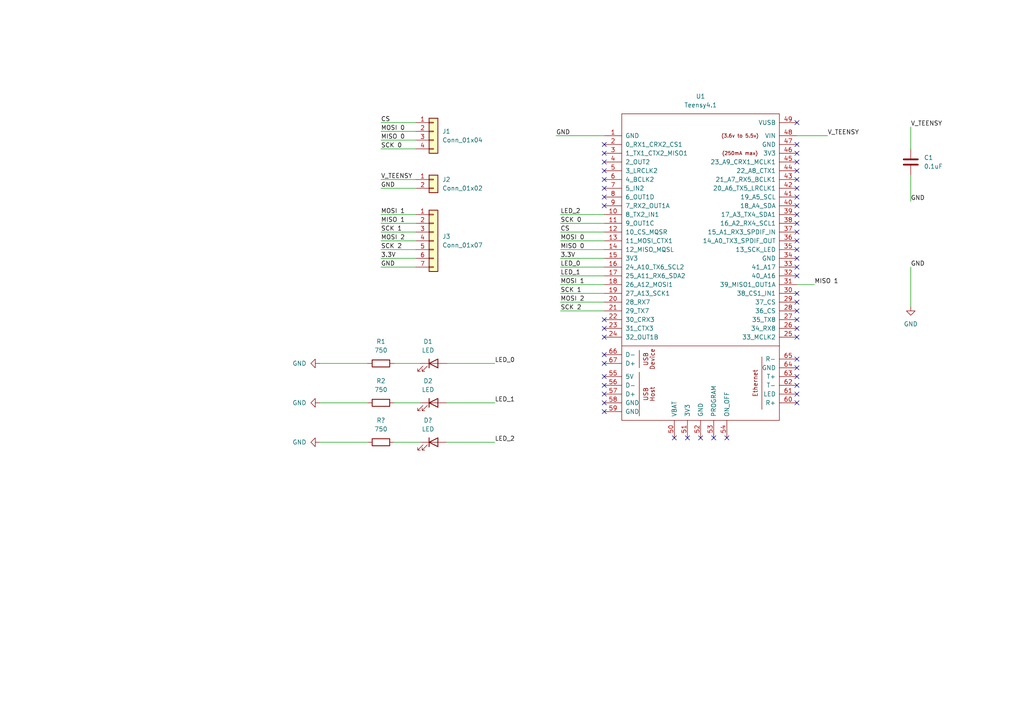
<source format=kicad_sch>
(kicad_sch (version 20211123) (generator eeschema)

  (uuid 3c3de130-b5fb-4743-b87f-bf4b3f38281a)

  (paper "A4")

  (lib_symbols
    (symbol "Connector_Generic:Conn_01x02" (pin_names (offset 1.016) hide) (in_bom yes) (on_board yes)
      (property "Reference" "J" (id 0) (at 0 2.54 0)
        (effects (font (size 1.27 1.27)))
      )
      (property "Value" "Conn_01x02" (id 1) (at 0 -5.08 0)
        (effects (font (size 1.27 1.27)))
      )
      (property "Footprint" "" (id 2) (at 0 0 0)
        (effects (font (size 1.27 1.27)) hide)
      )
      (property "Datasheet" "~" (id 3) (at 0 0 0)
        (effects (font (size 1.27 1.27)) hide)
      )
      (property "ki_keywords" "connector" (id 4) (at 0 0 0)
        (effects (font (size 1.27 1.27)) hide)
      )
      (property "ki_description" "Generic connector, single row, 01x02, script generated (kicad-library-utils/schlib/autogen/connector/)" (id 5) (at 0 0 0)
        (effects (font (size 1.27 1.27)) hide)
      )
      (property "ki_fp_filters" "Connector*:*_1x??_*" (id 6) (at 0 0 0)
        (effects (font (size 1.27 1.27)) hide)
      )
      (symbol "Conn_01x02_1_1"
        (rectangle (start -1.27 -2.413) (end 0 -2.667)
          (stroke (width 0.1524) (type default) (color 0 0 0 0))
          (fill (type none))
        )
        (rectangle (start -1.27 0.127) (end 0 -0.127)
          (stroke (width 0.1524) (type default) (color 0 0 0 0))
          (fill (type none))
        )
        (rectangle (start -1.27 1.27) (end 1.27 -3.81)
          (stroke (width 0.254) (type default) (color 0 0 0 0))
          (fill (type background))
        )
        (pin passive line (at -5.08 0 0) (length 3.81)
          (name "Pin_1" (effects (font (size 1.27 1.27))))
          (number "1" (effects (font (size 1.27 1.27))))
        )
        (pin passive line (at -5.08 -2.54 0) (length 3.81)
          (name "Pin_2" (effects (font (size 1.27 1.27))))
          (number "2" (effects (font (size 1.27 1.27))))
        )
      )
    )
    (symbol "Connector_Generic:Conn_01x04" (pin_names (offset 1.016) hide) (in_bom yes) (on_board yes)
      (property "Reference" "J" (id 0) (at 0 5.08 0)
        (effects (font (size 1.27 1.27)))
      )
      (property "Value" "Conn_01x04" (id 1) (at 0 -7.62 0)
        (effects (font (size 1.27 1.27)))
      )
      (property "Footprint" "" (id 2) (at 0 0 0)
        (effects (font (size 1.27 1.27)) hide)
      )
      (property "Datasheet" "~" (id 3) (at 0 0 0)
        (effects (font (size 1.27 1.27)) hide)
      )
      (property "ki_keywords" "connector" (id 4) (at 0 0 0)
        (effects (font (size 1.27 1.27)) hide)
      )
      (property "ki_description" "Generic connector, single row, 01x04, script generated (kicad-library-utils/schlib/autogen/connector/)" (id 5) (at 0 0 0)
        (effects (font (size 1.27 1.27)) hide)
      )
      (property "ki_fp_filters" "Connector*:*_1x??_*" (id 6) (at 0 0 0)
        (effects (font (size 1.27 1.27)) hide)
      )
      (symbol "Conn_01x04_1_1"
        (rectangle (start -1.27 -4.953) (end 0 -5.207)
          (stroke (width 0.1524) (type default) (color 0 0 0 0))
          (fill (type none))
        )
        (rectangle (start -1.27 -2.413) (end 0 -2.667)
          (stroke (width 0.1524) (type default) (color 0 0 0 0))
          (fill (type none))
        )
        (rectangle (start -1.27 0.127) (end 0 -0.127)
          (stroke (width 0.1524) (type default) (color 0 0 0 0))
          (fill (type none))
        )
        (rectangle (start -1.27 2.667) (end 0 2.413)
          (stroke (width 0.1524) (type default) (color 0 0 0 0))
          (fill (type none))
        )
        (rectangle (start -1.27 3.81) (end 1.27 -6.35)
          (stroke (width 0.254) (type default) (color 0 0 0 0))
          (fill (type background))
        )
        (pin passive line (at -5.08 2.54 0) (length 3.81)
          (name "Pin_1" (effects (font (size 1.27 1.27))))
          (number "1" (effects (font (size 1.27 1.27))))
        )
        (pin passive line (at -5.08 0 0) (length 3.81)
          (name "Pin_2" (effects (font (size 1.27 1.27))))
          (number "2" (effects (font (size 1.27 1.27))))
        )
        (pin passive line (at -5.08 -2.54 0) (length 3.81)
          (name "Pin_3" (effects (font (size 1.27 1.27))))
          (number "3" (effects (font (size 1.27 1.27))))
        )
        (pin passive line (at -5.08 -5.08 0) (length 3.81)
          (name "Pin_4" (effects (font (size 1.27 1.27))))
          (number "4" (effects (font (size 1.27 1.27))))
        )
      )
    )
    (symbol "Connector_Generic:Conn_01x07" (pin_names (offset 1.016) hide) (in_bom yes) (on_board yes)
      (property "Reference" "J" (id 0) (at 0 10.16 0)
        (effects (font (size 1.27 1.27)))
      )
      (property "Value" "Conn_01x07" (id 1) (at 0 -10.16 0)
        (effects (font (size 1.27 1.27)))
      )
      (property "Footprint" "" (id 2) (at 0 0 0)
        (effects (font (size 1.27 1.27)) hide)
      )
      (property "Datasheet" "~" (id 3) (at 0 0 0)
        (effects (font (size 1.27 1.27)) hide)
      )
      (property "ki_keywords" "connector" (id 4) (at 0 0 0)
        (effects (font (size 1.27 1.27)) hide)
      )
      (property "ki_description" "Generic connector, single row, 01x07, script generated (kicad-library-utils/schlib/autogen/connector/)" (id 5) (at 0 0 0)
        (effects (font (size 1.27 1.27)) hide)
      )
      (property "ki_fp_filters" "Connector*:*_1x??_*" (id 6) (at 0 0 0)
        (effects (font (size 1.27 1.27)) hide)
      )
      (symbol "Conn_01x07_1_1"
        (rectangle (start -1.27 -7.493) (end 0 -7.747)
          (stroke (width 0.1524) (type default) (color 0 0 0 0))
          (fill (type none))
        )
        (rectangle (start -1.27 -4.953) (end 0 -5.207)
          (stroke (width 0.1524) (type default) (color 0 0 0 0))
          (fill (type none))
        )
        (rectangle (start -1.27 -2.413) (end 0 -2.667)
          (stroke (width 0.1524) (type default) (color 0 0 0 0))
          (fill (type none))
        )
        (rectangle (start -1.27 0.127) (end 0 -0.127)
          (stroke (width 0.1524) (type default) (color 0 0 0 0))
          (fill (type none))
        )
        (rectangle (start -1.27 2.667) (end 0 2.413)
          (stroke (width 0.1524) (type default) (color 0 0 0 0))
          (fill (type none))
        )
        (rectangle (start -1.27 5.207) (end 0 4.953)
          (stroke (width 0.1524) (type default) (color 0 0 0 0))
          (fill (type none))
        )
        (rectangle (start -1.27 7.747) (end 0 7.493)
          (stroke (width 0.1524) (type default) (color 0 0 0 0))
          (fill (type none))
        )
        (rectangle (start -1.27 8.89) (end 1.27 -8.89)
          (stroke (width 0.254) (type default) (color 0 0 0 0))
          (fill (type background))
        )
        (pin passive line (at -5.08 7.62 0) (length 3.81)
          (name "Pin_1" (effects (font (size 1.27 1.27))))
          (number "1" (effects (font (size 1.27 1.27))))
        )
        (pin passive line (at -5.08 5.08 0) (length 3.81)
          (name "Pin_2" (effects (font (size 1.27 1.27))))
          (number "2" (effects (font (size 1.27 1.27))))
        )
        (pin passive line (at -5.08 2.54 0) (length 3.81)
          (name "Pin_3" (effects (font (size 1.27 1.27))))
          (number "3" (effects (font (size 1.27 1.27))))
        )
        (pin passive line (at -5.08 0 0) (length 3.81)
          (name "Pin_4" (effects (font (size 1.27 1.27))))
          (number "4" (effects (font (size 1.27 1.27))))
        )
        (pin passive line (at -5.08 -2.54 0) (length 3.81)
          (name "Pin_5" (effects (font (size 1.27 1.27))))
          (number "5" (effects (font (size 1.27 1.27))))
        )
        (pin passive line (at -5.08 -5.08 0) (length 3.81)
          (name "Pin_6" (effects (font (size 1.27 1.27))))
          (number "6" (effects (font (size 1.27 1.27))))
        )
        (pin passive line (at -5.08 -7.62 0) (length 3.81)
          (name "Pin_7" (effects (font (size 1.27 1.27))))
          (number "7" (effects (font (size 1.27 1.27))))
        )
      )
    )
    (symbol "Device:C" (pin_numbers hide) (pin_names (offset 0.254)) (in_bom yes) (on_board yes)
      (property "Reference" "C" (id 0) (at 0.635 2.54 0)
        (effects (font (size 1.27 1.27)) (justify left))
      )
      (property "Value" "C" (id 1) (at 0.635 -2.54 0)
        (effects (font (size 1.27 1.27)) (justify left))
      )
      (property "Footprint" "" (id 2) (at 0.9652 -3.81 0)
        (effects (font (size 1.27 1.27)) hide)
      )
      (property "Datasheet" "~" (id 3) (at 0 0 0)
        (effects (font (size 1.27 1.27)) hide)
      )
      (property "ki_keywords" "cap capacitor" (id 4) (at 0 0 0)
        (effects (font (size 1.27 1.27)) hide)
      )
      (property "ki_description" "Unpolarized capacitor" (id 5) (at 0 0 0)
        (effects (font (size 1.27 1.27)) hide)
      )
      (property "ki_fp_filters" "C_*" (id 6) (at 0 0 0)
        (effects (font (size 1.27 1.27)) hide)
      )
      (symbol "C_0_1"
        (polyline
          (pts
            (xy -2.032 -0.762)
            (xy 2.032 -0.762)
          )
          (stroke (width 0.508) (type default) (color 0 0 0 0))
          (fill (type none))
        )
        (polyline
          (pts
            (xy -2.032 0.762)
            (xy 2.032 0.762)
          )
          (stroke (width 0.508) (type default) (color 0 0 0 0))
          (fill (type none))
        )
      )
      (symbol "C_1_1"
        (pin passive line (at 0 3.81 270) (length 2.794)
          (name "~" (effects (font (size 1.27 1.27))))
          (number "1" (effects (font (size 1.27 1.27))))
        )
        (pin passive line (at 0 -3.81 90) (length 2.794)
          (name "~" (effects (font (size 1.27 1.27))))
          (number "2" (effects (font (size 1.27 1.27))))
        )
      )
    )
    (symbol "Device:LED" (pin_numbers hide) (pin_names (offset 1.016) hide) (in_bom yes) (on_board yes)
      (property "Reference" "D" (id 0) (at 0 2.54 0)
        (effects (font (size 1.27 1.27)))
      )
      (property "Value" "LED" (id 1) (at 0 -2.54 0)
        (effects (font (size 1.27 1.27)))
      )
      (property "Footprint" "" (id 2) (at 0 0 0)
        (effects (font (size 1.27 1.27)) hide)
      )
      (property "Datasheet" "~" (id 3) (at 0 0 0)
        (effects (font (size 1.27 1.27)) hide)
      )
      (property "ki_keywords" "LED diode" (id 4) (at 0 0 0)
        (effects (font (size 1.27 1.27)) hide)
      )
      (property "ki_description" "Light emitting diode" (id 5) (at 0 0 0)
        (effects (font (size 1.27 1.27)) hide)
      )
      (property "ki_fp_filters" "LED* LED_SMD:* LED_THT:*" (id 6) (at 0 0 0)
        (effects (font (size 1.27 1.27)) hide)
      )
      (symbol "LED_0_1"
        (polyline
          (pts
            (xy -1.27 -1.27)
            (xy -1.27 1.27)
          )
          (stroke (width 0.254) (type default) (color 0 0 0 0))
          (fill (type none))
        )
        (polyline
          (pts
            (xy -1.27 0)
            (xy 1.27 0)
          )
          (stroke (width 0) (type default) (color 0 0 0 0))
          (fill (type none))
        )
        (polyline
          (pts
            (xy 1.27 -1.27)
            (xy 1.27 1.27)
            (xy -1.27 0)
            (xy 1.27 -1.27)
          )
          (stroke (width 0.254) (type default) (color 0 0 0 0))
          (fill (type none))
        )
        (polyline
          (pts
            (xy -3.048 -0.762)
            (xy -4.572 -2.286)
            (xy -3.81 -2.286)
            (xy -4.572 -2.286)
            (xy -4.572 -1.524)
          )
          (stroke (width 0) (type default) (color 0 0 0 0))
          (fill (type none))
        )
        (polyline
          (pts
            (xy -1.778 -0.762)
            (xy -3.302 -2.286)
            (xy -2.54 -2.286)
            (xy -3.302 -2.286)
            (xy -3.302 -1.524)
          )
          (stroke (width 0) (type default) (color 0 0 0 0))
          (fill (type none))
        )
      )
      (symbol "LED_1_1"
        (pin passive line (at -3.81 0 0) (length 2.54)
          (name "K" (effects (font (size 1.27 1.27))))
          (number "1" (effects (font (size 1.27 1.27))))
        )
        (pin passive line (at 3.81 0 180) (length 2.54)
          (name "A" (effects (font (size 1.27 1.27))))
          (number "2" (effects (font (size 1.27 1.27))))
        )
      )
    )
    (symbol "Device:R" (pin_numbers hide) (pin_names (offset 0)) (in_bom yes) (on_board yes)
      (property "Reference" "R" (id 0) (at 2.032 0 90)
        (effects (font (size 1.27 1.27)))
      )
      (property "Value" "R" (id 1) (at 0 0 90)
        (effects (font (size 1.27 1.27)))
      )
      (property "Footprint" "" (id 2) (at -1.778 0 90)
        (effects (font (size 1.27 1.27)) hide)
      )
      (property "Datasheet" "~" (id 3) (at 0 0 0)
        (effects (font (size 1.27 1.27)) hide)
      )
      (property "ki_keywords" "R res resistor" (id 4) (at 0 0 0)
        (effects (font (size 1.27 1.27)) hide)
      )
      (property "ki_description" "Resistor" (id 5) (at 0 0 0)
        (effects (font (size 1.27 1.27)) hide)
      )
      (property "ki_fp_filters" "R_*" (id 6) (at 0 0 0)
        (effects (font (size 1.27 1.27)) hide)
      )
      (symbol "R_0_1"
        (rectangle (start -1.016 -2.54) (end 1.016 2.54)
          (stroke (width 0.254) (type default) (color 0 0 0 0))
          (fill (type none))
        )
      )
      (symbol "R_1_1"
        (pin passive line (at 0 3.81 270) (length 1.27)
          (name "~" (effects (font (size 1.27 1.27))))
          (number "1" (effects (font (size 1.27 1.27))))
        )
        (pin passive line (at 0 -3.81 90) (length 1.27)
          (name "~" (effects (font (size 1.27 1.27))))
          (number "2" (effects (font (size 1.27 1.27))))
        )
      )
    )
    (symbol "Teensy:Teensy4.1" (pin_names (offset 1.016)) (in_bom yes) (on_board yes)
      (property "Reference" "U" (id 0) (at 0 64.77 0)
        (effects (font (size 1.27 1.27)))
      )
      (property "Value" "Teensy4.1" (id 1) (at 0 62.23 0)
        (effects (font (size 1.27 1.27)))
      )
      (property "Footprint" "" (id 2) (at -10.16 10.16 0)
        (effects (font (size 1.27 1.27)) hide)
      )
      (property "Datasheet" "" (id 3) (at -10.16 10.16 0)
        (effects (font (size 1.27 1.27)) hide)
      )
      (symbol "Teensy4.1_0_0"
        (polyline
          (pts
            (xy -22.86 -6.35)
            (xy 22.86 -6.35)
          )
          (stroke (width 0) (type default) (color 0 0 0 0))
          (fill (type none))
        )
        (polyline
          (pts
            (xy -17.78 -26.67)
            (xy -17.78 -13.97)
          )
          (stroke (width 0) (type default) (color 0 0 0 0))
          (fill (type none))
        )
        (polyline
          (pts
            (xy -17.78 -7.62)
            (xy -17.78 -12.7)
          )
          (stroke (width 0) (type default) (color 0 0 0 0))
          (fill (type none))
        )
        (polyline
          (pts
            (xy 17.78 -9.525)
            (xy 17.78 -24.765)
          )
          (stroke (width 0) (type default) (color 0 0 0 0))
          (fill (type none))
        )
        (text "(250mA max)" (at 11.43 49.53 0)
          (effects (font (size 1.016 1.016)))
        )
        (text "(3.6v to 5.5v)" (at 11.43 54.61 0)
          (effects (font (size 1.016 1.016)))
        )
        (text "Device" (at -13.97 -10.16 900)
          (effects (font (size 1.27 1.27)))
        )
        (text "Ethernet" (at 15.875 -17.145 900)
          (effects (font (size 1.27 1.27)))
        )
        (text "Host" (at -13.97 -20.32 900)
          (effects (font (size 1.27 1.27)))
        )
        (text "USB" (at -15.875 -20.32 900)
          (effects (font (size 1.27 1.27)))
        )
        (text "USB" (at -15.875 -10.16 900)
          (effects (font (size 1.27 1.27)))
        )
        (pin bidirectional line (at -27.94 31.75 0) (length 5.08)
          (name "8_TX2_IN1" (effects (font (size 1.27 1.27))))
          (number "10" (effects (font (size 1.27 1.27))))
        )
        (pin bidirectional line (at -27.94 29.21 0) (length 5.08)
          (name "9_OUT1C" (effects (font (size 1.27 1.27))))
          (number "11" (effects (font (size 1.27 1.27))))
        )
        (pin bidirectional line (at -27.94 26.67 0) (length 5.08)
          (name "10_CS_MQSR" (effects (font (size 1.27 1.27))))
          (number "12" (effects (font (size 1.27 1.27))))
        )
        (pin bidirectional line (at -27.94 24.13 0) (length 5.08)
          (name "11_MOSI_CTX1" (effects (font (size 1.27 1.27))))
          (number "13" (effects (font (size 1.27 1.27))))
        )
        (pin bidirectional line (at -27.94 21.59 0) (length 5.08)
          (name "12_MISO_MQSL" (effects (font (size 1.27 1.27))))
          (number "14" (effects (font (size 1.27 1.27))))
        )
        (pin power_in line (at -27.94 19.05 0) (length 5.08)
          (name "3V3" (effects (font (size 1.27 1.27))))
          (number "15" (effects (font (size 1.27 1.27))))
        )
        (pin bidirectional line (at -27.94 16.51 0) (length 5.08)
          (name "24_A10_TX6_SCL2" (effects (font (size 1.27 1.27))))
          (number "16" (effects (font (size 1.27 1.27))))
        )
        (pin bidirectional line (at -27.94 13.97 0) (length 5.08)
          (name "25_A11_RX6_SDA2" (effects (font (size 1.27 1.27))))
          (number "17" (effects (font (size 1.27 1.27))))
        )
        (pin bidirectional line (at -27.94 11.43 0) (length 5.08)
          (name "26_A12_MOSI1" (effects (font (size 1.27 1.27))))
          (number "18" (effects (font (size 1.27 1.27))))
        )
        (pin bidirectional line (at -27.94 8.89 0) (length 5.08)
          (name "27_A13_SCK1" (effects (font (size 1.27 1.27))))
          (number "19" (effects (font (size 1.27 1.27))))
        )
        (pin bidirectional line (at -27.94 6.35 0) (length 5.08)
          (name "28_RX7" (effects (font (size 1.27 1.27))))
          (number "20" (effects (font (size 1.27 1.27))))
        )
        (pin bidirectional line (at -27.94 3.81 0) (length 5.08)
          (name "29_TX7" (effects (font (size 1.27 1.27))))
          (number "21" (effects (font (size 1.27 1.27))))
        )
        (pin bidirectional line (at -27.94 1.27 0) (length 5.08)
          (name "30_CRX3" (effects (font (size 1.27 1.27))))
          (number "22" (effects (font (size 1.27 1.27))))
        )
        (pin bidirectional line (at -27.94 -1.27 0) (length 5.08)
          (name "31_CTX3" (effects (font (size 1.27 1.27))))
          (number "23" (effects (font (size 1.27 1.27))))
        )
        (pin bidirectional line (at -27.94 -3.81 0) (length 5.08)
          (name "32_OUT1B" (effects (font (size 1.27 1.27))))
          (number "24" (effects (font (size 1.27 1.27))))
        )
        (pin bidirectional line (at 27.94 -3.81 180) (length 5.08)
          (name "33_MCLK2" (effects (font (size 1.27 1.27))))
          (number "25" (effects (font (size 1.27 1.27))))
        )
        (pin bidirectional line (at 27.94 -1.27 180) (length 5.08)
          (name "34_RX8" (effects (font (size 1.27 1.27))))
          (number "26" (effects (font (size 1.27 1.27))))
        )
        (pin bidirectional line (at 27.94 1.27 180) (length 5.08)
          (name "35_TX8" (effects (font (size 1.27 1.27))))
          (number "27" (effects (font (size 1.27 1.27))))
        )
        (pin bidirectional line (at 27.94 3.81 180) (length 5.08)
          (name "36_CS" (effects (font (size 1.27 1.27))))
          (number "28" (effects (font (size 1.27 1.27))))
        )
        (pin bidirectional line (at 27.94 6.35 180) (length 5.08)
          (name "37_CS" (effects (font (size 1.27 1.27))))
          (number "29" (effects (font (size 1.27 1.27))))
        )
        (pin bidirectional line (at 27.94 8.89 180) (length 5.08)
          (name "38_CS1_IN1" (effects (font (size 1.27 1.27))))
          (number "30" (effects (font (size 1.27 1.27))))
        )
        (pin bidirectional line (at 27.94 11.43 180) (length 5.08)
          (name "39_MISO1_OUT1A" (effects (font (size 1.27 1.27))))
          (number "31" (effects (font (size 1.27 1.27))))
        )
        (pin bidirectional line (at 27.94 13.97 180) (length 5.08)
          (name "40_A16" (effects (font (size 1.27 1.27))))
          (number "32" (effects (font (size 1.27 1.27))))
        )
        (pin bidirectional line (at 27.94 16.51 180) (length 5.08)
          (name "41_A17" (effects (font (size 1.27 1.27))))
          (number "33" (effects (font (size 1.27 1.27))))
        )
        (pin bidirectional line (at 27.94 21.59 180) (length 5.08)
          (name "13_SCK_LED" (effects (font (size 1.27 1.27))))
          (number "35" (effects (font (size 1.27 1.27))))
        )
        (pin bidirectional line (at 27.94 24.13 180) (length 5.08)
          (name "14_A0_TX3_SPDIF_OUT" (effects (font (size 1.27 1.27))))
          (number "36" (effects (font (size 1.27 1.27))))
        )
        (pin bidirectional line (at 27.94 26.67 180) (length 5.08)
          (name "15_A1_RX3_SPDIF_IN" (effects (font (size 1.27 1.27))))
          (number "37" (effects (font (size 1.27 1.27))))
        )
        (pin bidirectional line (at 27.94 29.21 180) (length 5.08)
          (name "16_A2_RX4_SCL1" (effects (font (size 1.27 1.27))))
          (number "38" (effects (font (size 1.27 1.27))))
        )
        (pin bidirectional line (at 27.94 31.75 180) (length 5.08)
          (name "17_A3_TX4_SDA1" (effects (font (size 1.27 1.27))))
          (number "39" (effects (font (size 1.27 1.27))))
        )
        (pin bidirectional line (at 27.94 34.29 180) (length 5.08)
          (name "18_A4_SDA" (effects (font (size 1.27 1.27))))
          (number "40" (effects (font (size 1.27 1.27))))
        )
        (pin bidirectional line (at 27.94 36.83 180) (length 5.08)
          (name "19_A5_SCL" (effects (font (size 1.27 1.27))))
          (number "41" (effects (font (size 1.27 1.27))))
        )
        (pin bidirectional line (at 27.94 39.37 180) (length 5.08)
          (name "20_A6_TX5_LRCLK1" (effects (font (size 1.27 1.27))))
          (number "42" (effects (font (size 1.27 1.27))))
        )
        (pin bidirectional line (at 27.94 41.91 180) (length 5.08)
          (name "21_A7_RX5_BCLK1" (effects (font (size 1.27 1.27))))
          (number "43" (effects (font (size 1.27 1.27))))
        )
        (pin bidirectional line (at 27.94 44.45 180) (length 5.08)
          (name "22_A8_CTX1" (effects (font (size 1.27 1.27))))
          (number "44" (effects (font (size 1.27 1.27))))
        )
        (pin bidirectional line (at 27.94 46.99 180) (length 5.08)
          (name "23_A9_CRX1_MCLK1" (effects (font (size 1.27 1.27))))
          (number "45" (effects (font (size 1.27 1.27))))
        )
        (pin output line (at 27.94 49.53 180) (length 5.08)
          (name "3V3" (effects (font (size 1.27 1.27))))
          (number "46" (effects (font (size 1.27 1.27))))
        )
        (pin output line (at 27.94 52.07 180) (length 5.08)
          (name "GND" (effects (font (size 1.27 1.27))))
          (number "47" (effects (font (size 1.27 1.27))))
        )
        (pin power_in line (at 27.94 54.61 180) (length 5.08)
          (name "VIN" (effects (font (size 1.27 1.27))))
          (number "48" (effects (font (size 1.27 1.27))))
        )
        (pin power_out line (at 27.94 58.42 180) (length 5.08)
          (name "VUSB" (effects (font (size 1.27 1.27))))
          (number "49" (effects (font (size 1.27 1.27))))
        )
        (pin bidirectional line (at -27.94 44.45 0) (length 5.08)
          (name "3_LRCLK2" (effects (font (size 1.27 1.27))))
          (number "5" (effects (font (size 1.27 1.27))))
        )
        (pin power_in line (at -7.62 -33.02 90) (length 5.08)
          (name "VBAT" (effects (font (size 1.27 1.27))))
          (number "50" (effects (font (size 1.27 1.27))))
        )
        (pin power_in line (at -3.81 -33.02 90) (length 5.08)
          (name "3V3" (effects (font (size 1.27 1.27))))
          (number "51" (effects (font (size 1.27 1.27))))
        )
        (pin input line (at 0 -33.02 90) (length 5.08)
          (name "GND" (effects (font (size 1.27 1.27))))
          (number "52" (effects (font (size 1.27 1.27))))
        )
        (pin input line (at 3.81 -33.02 90) (length 5.08)
          (name "PROGRAM" (effects (font (size 1.27 1.27))))
          (number "53" (effects (font (size 1.27 1.27))))
        )
        (pin input line (at 7.62 -33.02 90) (length 5.08)
          (name "ON_OFF" (effects (font (size 1.27 1.27))))
          (number "54" (effects (font (size 1.27 1.27))))
        )
        (pin power_out line (at -27.94 -15.24 0) (length 5.08)
          (name "5V" (effects (font (size 1.27 1.27))))
          (number "55" (effects (font (size 1.27 1.27))))
        )
        (pin bidirectional line (at -27.94 -17.78 0) (length 5.08)
          (name "D-" (effects (font (size 1.27 1.27))))
          (number "56" (effects (font (size 1.27 1.27))))
        )
        (pin bidirectional line (at -27.94 -20.32 0) (length 5.08)
          (name "D+" (effects (font (size 1.27 1.27))))
          (number "57" (effects (font (size 1.27 1.27))))
        )
        (pin power_in line (at -27.94 -22.86 0) (length 5.08)
          (name "GND" (effects (font (size 1.27 1.27))))
          (number "58" (effects (font (size 1.27 1.27))))
        )
        (pin power_in line (at -27.94 -25.4 0) (length 5.08)
          (name "GND" (effects (font (size 1.27 1.27))))
          (number "59" (effects (font (size 1.27 1.27))))
        )
        (pin bidirectional line (at -27.94 41.91 0) (length 5.08)
          (name "4_BCLK2" (effects (font (size 1.27 1.27))))
          (number "6" (effects (font (size 1.27 1.27))))
        )
        (pin bidirectional line (at 27.94 -22.86 180) (length 5.08)
          (name "R+" (effects (font (size 1.27 1.27))))
          (number "60" (effects (font (size 1.27 1.27))))
        )
        (pin bidirectional line (at 27.94 -20.32 180) (length 5.08)
          (name "LED" (effects (font (size 1.27 1.27))))
          (number "61" (effects (font (size 1.27 1.27))))
        )
        (pin bidirectional line (at 27.94 -17.78 180) (length 5.08)
          (name "T-" (effects (font (size 1.27 1.27))))
          (number "62" (effects (font (size 1.27 1.27))))
        )
        (pin bidirectional line (at 27.94 -15.24 180) (length 5.08)
          (name "T+" (effects (font (size 1.27 1.27))))
          (number "63" (effects (font (size 1.27 1.27))))
        )
        (pin power_in line (at 27.94 -12.7 180) (length 5.08)
          (name "GND" (effects (font (size 1.27 1.27))))
          (number "64" (effects (font (size 1.27 1.27))))
        )
        (pin bidirectional line (at 27.94 -10.16 180) (length 5.08)
          (name "R-" (effects (font (size 1.27 1.27))))
          (number "65" (effects (font (size 1.27 1.27))))
        )
        (pin bidirectional line (at -27.94 -8.89 0) (length 5.08)
          (name "D-" (effects (font (size 1.27 1.27))))
          (number "66" (effects (font (size 1.27 1.27))))
        )
        (pin bidirectional line (at -27.94 -11.43 0) (length 5.08)
          (name "D+" (effects (font (size 1.27 1.27))))
          (number "67" (effects (font (size 1.27 1.27))))
        )
        (pin bidirectional line (at -27.94 39.37 0) (length 5.08)
          (name "5_IN2" (effects (font (size 1.27 1.27))))
          (number "7" (effects (font (size 1.27 1.27))))
        )
        (pin bidirectional line (at -27.94 36.83 0) (length 5.08)
          (name "6_OUT1D" (effects (font (size 1.27 1.27))))
          (number "8" (effects (font (size 1.27 1.27))))
        )
        (pin bidirectional line (at -27.94 34.29 0) (length 5.08)
          (name "7_RX2_OUT1A" (effects (font (size 1.27 1.27))))
          (number "9" (effects (font (size 1.27 1.27))))
        )
      )
      (symbol "Teensy4.1_0_1"
        (rectangle (start -22.86 60.96) (end 22.86 -27.94)
          (stroke (width 0) (type default) (color 0 0 0 0))
          (fill (type none))
        )
        (rectangle (start -20.32 -1.27) (end -20.32 -1.27)
          (stroke (width 0) (type default) (color 0 0 0 0))
          (fill (type none))
        )
      )
      (symbol "Teensy4.1_1_1"
        (pin power_in line (at -27.94 54.61 0) (length 5.08)
          (name "GND" (effects (font (size 1.27 1.27))))
          (number "1" (effects (font (size 1.27 1.27))))
        )
        (pin bidirectional line (at -27.94 52.07 0) (length 5.08)
          (name "0_RX1_CRX2_CS1" (effects (font (size 1.27 1.27))))
          (number "2" (effects (font (size 1.27 1.27))))
        )
        (pin bidirectional line (at -27.94 49.53 0) (length 5.08)
          (name "1_TX1_CTX2_MISO1" (effects (font (size 1.27 1.27))))
          (number "3" (effects (font (size 1.27 1.27))))
        )
        (pin power_in line (at 27.94 19.05 180) (length 5.08)
          (name "GND" (effects (font (size 1.27 1.27))))
          (number "34" (effects (font (size 1.27 1.27))))
        )
        (pin bidirectional line (at -27.94 46.99 0) (length 5.08)
          (name "2_OUT2" (effects (font (size 1.27 1.27))))
          (number "4" (effects (font (size 1.27 1.27))))
        )
      )
    )
    (symbol "power:GND" (power) (pin_names (offset 0)) (in_bom yes) (on_board yes)
      (property "Reference" "#PWR" (id 0) (at 0 -6.35 0)
        (effects (font (size 1.27 1.27)) hide)
      )
      (property "Value" "GND" (id 1) (at 0 -3.81 0)
        (effects (font (size 1.27 1.27)))
      )
      (property "Footprint" "" (id 2) (at 0 0 0)
        (effects (font (size 1.27 1.27)) hide)
      )
      (property "Datasheet" "" (id 3) (at 0 0 0)
        (effects (font (size 1.27 1.27)) hide)
      )
      (property "ki_keywords" "power-flag" (id 4) (at 0 0 0)
        (effects (font (size 1.27 1.27)) hide)
      )
      (property "ki_description" "Power symbol creates a global label with name \"GND\" , ground" (id 5) (at 0 0 0)
        (effects (font (size 1.27 1.27)) hide)
      )
      (symbol "GND_0_1"
        (polyline
          (pts
            (xy 0 0)
            (xy 0 -1.27)
            (xy 1.27 -1.27)
            (xy 0 -2.54)
            (xy -1.27 -1.27)
            (xy 0 -1.27)
          )
          (stroke (width 0) (type default) (color 0 0 0 0))
          (fill (type none))
        )
      )
      (symbol "GND_1_1"
        (pin power_in line (at 0 0 270) (length 0) hide
          (name "GND" (effects (font (size 1.27 1.27))))
          (number "1" (effects (font (size 1.27 1.27))))
        )
      )
    )
  )


  (no_connect (at 175.26 44.45) (uuid 0df0ce57-1d3e-4536-abb4-52d6f9724cb1))
  (no_connect (at 231.14 92.71) (uuid 0eb60bdc-37ee-4459-b0ba-0725ad73cb07))
  (no_connect (at 175.26 114.3) (uuid 11de2887-3f11-475c-bca6-f052730b4d8a))
  (no_connect (at 231.14 69.85) (uuid 182ba52a-ae8b-412e-b17c-9c581dfdc85b))
  (no_connect (at 231.14 80.01) (uuid 1d03a1b9-3d1a-4552-a7c9-692085227a3a))
  (no_connect (at 231.14 111.76) (uuid 221805ab-705f-4a35-a2a6-b95aaeab1e0c))
  (no_connect (at 231.14 44.45) (uuid 2e5e7b66-24a2-4353-bf1c-a562f20080e6))
  (no_connect (at 231.14 59.69) (uuid 2eba1e0f-b473-4a5f-9ab2-d8bb358c309b))
  (no_connect (at 231.14 106.68) (uuid 3414d59c-de4b-4d78-8ca8-154499a0d831))
  (no_connect (at 175.26 49.53) (uuid 3def5d3a-7b13-4854-8c1b-1af0760021d7))
  (no_connect (at 175.26 109.22) (uuid 435c48e5-ae86-4299-a3c7-7eb4a75420d5))
  (no_connect (at 231.14 95.25) (uuid 4970d05d-b776-4e2e-ac40-80bcf49558bc))
  (no_connect (at 175.26 52.07) (uuid 4c6f7da7-d079-4698-9391-830c46cd2b54))
  (no_connect (at 175.26 41.91) (uuid 4c805b1d-faa4-4932-876b-87f11d16b0c3))
  (no_connect (at 231.14 57.15) (uuid 4ce2a9dc-879a-4c73-bf8a-a0c774dbcdbc))
  (no_connect (at 231.14 109.22) (uuid 4e143ad7-10d8-4bde-a6a6-532206d1d277))
  (no_connect (at 231.14 116.84) (uuid 50151d25-c306-4923-ab8e-723253892700))
  (no_connect (at 231.14 114.3) (uuid 58799b3c-03d3-4453-beb0-1cf87dcb9fbf))
  (no_connect (at 231.14 62.23) (uuid 6a4a0d18-ad6b-424e-8f84-9936d3d68faa))
  (no_connect (at 231.14 74.93) (uuid 6e31e225-f6aa-45dd-92cf-4ff4d438a269))
  (no_connect (at 175.26 116.84) (uuid 7406362d-a852-46aa-a3c3-44d3c7b7ac3d))
  (no_connect (at 207.01 127) (uuid 7b5f6b14-3f13-4f45-abfd-5dcc27735ae9))
  (no_connect (at 203.2 127) (uuid 9cd194f5-35cb-4c06-a4ea-840b1ce373b6))
  (no_connect (at 175.26 111.76) (uuid a4be9c28-3f32-4fbf-8534-7c6a44533d46))
  (no_connect (at 195.58 127) (uuid a4c8c48b-0d81-433d-a888-c41e41049d1e))
  (no_connect (at 231.14 49.53) (uuid a6c8ede3-30ea-46a6-8a22-eb6819591dde))
  (no_connect (at 175.26 119.38) (uuid aa3c4a45-66f2-4dae-a99a-c1dff33dc2d7))
  (no_connect (at 175.26 46.99) (uuid abaf1edd-25c3-4e10-94fe-bd1706f9467f))
  (no_connect (at 231.14 104.14) (uuid b0e7738a-6d4f-4b86-9cb8-a69d4931edf3))
  (no_connect (at 175.26 102.87) (uuid b72f0947-0da7-4141-8fee-535507038f45))
  (no_connect (at 231.14 77.47) (uuid be94b162-ae06-4fe7-82a2-5b61adb499ad))
  (no_connect (at 175.26 54.61) (uuid c0af20b0-24f2-44d2-a404-c5e5d8d2b2f9))
  (no_connect (at 175.26 57.15) (uuid c45cd05a-158e-40b4-ae72-299faa396d75))
  (no_connect (at 175.26 105.41) (uuid c7322809-5ab5-4a3e-8a3e-a61bcf2f7a5d))
  (no_connect (at 231.14 46.99) (uuid ca29b685-0a50-403f-a163-4e5afcd8a28b))
  (no_connect (at 231.14 64.77) (uuid d2c15909-1e8a-41f1-a6ce-2cc16cb8b670))
  (no_connect (at 231.14 35.56) (uuid dcafdb6c-1b53-4920-ae1c-4ed197b6556e))
  (no_connect (at 231.14 85.09) (uuid dd4bc04e-ca6b-4216-8f7b-6b084cadd94d))
  (no_connect (at 231.14 67.31) (uuid dd619da3-2edd-4c98-9f9b-66d5231694df))
  (no_connect (at 231.14 90.17) (uuid e198d093-9dc1-4967-ad51-74baee67a73a))
  (no_connect (at 175.26 95.25) (uuid e1a85e11-8889-4c30-85d8-a8287fee176b))
  (no_connect (at 210.82 127) (uuid e270bf52-7e03-4e3a-9521-62da5bcaf629))
  (no_connect (at 231.14 72.39) (uuid e3aafbfe-45ae-4746-9752-43985a455cad))
  (no_connect (at 231.14 41.91) (uuid e7fbefdf-50fe-4539-ad42-758de87db262))
  (no_connect (at 199.39 127) (uuid ea939584-2c86-4f88-a27b-7d6883910d76))
  (no_connect (at 231.14 54.61) (uuid ee1e69a6-2f23-437d-a502-cd1c8a3b8f39))
  (no_connect (at 231.14 87.63) (uuid f36dc698-a8ef-4005-ae2d-ec59d6ee01b7))
  (no_connect (at 175.26 59.69) (uuid f5d68eb0-9113-4dae-a62f-2450210a7be1))
  (no_connect (at 231.14 52.07) (uuid f7b27398-a418-4b94-8268-dbe219d23931))
  (no_connect (at 175.26 97.79) (uuid f87c6761-a051-4d5f-b02b-2aa4639f2c72))
  (no_connect (at 231.14 97.79) (uuid f8dd5240-0d9e-4a92-9049-c1357970fac1))
  (no_connect (at 175.26 92.71) (uuid fe0f2f9a-75c8-4f5f-9395-4fbe345ad9c6))

  (wire (pts (xy 231.14 39.37) (xy 240.03 39.37))
    (stroke (width 0) (type default) (color 0 0 0 0))
    (uuid 09c6d740-66f8-4941-a069-2a4e998a136c)
  )
  (wire (pts (xy 110.49 77.47) (xy 120.65 77.47))
    (stroke (width 0) (type default) (color 0 0 0 0))
    (uuid 113f4ef2-59e9-4c48-922f-32d34fab4d61)
  )
  (wire (pts (xy 129.54 116.84) (xy 143.51 116.84))
    (stroke (width 0) (type default) (color 0 0 0 0))
    (uuid 125072ce-d22a-42df-a05f-ee24d579f709)
  )
  (wire (pts (xy 231.14 82.55) (xy 236.22 82.55))
    (stroke (width 0) (type default) (color 0 0 0 0))
    (uuid 141b83d8-302b-41c2-a9ce-a83650d73c9b)
  )
  (wire (pts (xy 110.49 35.56) (xy 120.65 35.56))
    (stroke (width 0) (type default) (color 0 0 0 0))
    (uuid 227993f4-4460-47df-8f9a-7fb3c36dbffb)
  )
  (wire (pts (xy 162.56 69.85) (xy 175.26 69.85))
    (stroke (width 0) (type default) (color 0 0 0 0))
    (uuid 2bb809e7-d2d4-45ec-a21e-bdd53f5c0bbe)
  )
  (wire (pts (xy 162.56 62.23) (xy 175.26 62.23))
    (stroke (width 0) (type default) (color 0 0 0 0))
    (uuid 2dfab4ec-71a0-4305-848b-f46b00e6e1fc)
  )
  (wire (pts (xy 162.56 80.01) (xy 175.26 80.01))
    (stroke (width 0) (type default) (color 0 0 0 0))
    (uuid 2e02b114-0d6e-496b-b912-c181944c33e4)
  )
  (wire (pts (xy 264.16 50.8) (xy 264.16 58.42))
    (stroke (width 0) (type default) (color 0 0 0 0))
    (uuid 31047d64-38ae-4a98-b122-0c5b5e9d0f83)
  )
  (wire (pts (xy 264.16 36.83) (xy 264.16 43.18))
    (stroke (width 0) (type default) (color 0 0 0 0))
    (uuid 3326be72-dd24-44b4-8ef3-6de823e1b381)
  )
  (wire (pts (xy 92.71 128.27) (xy 106.68 128.27))
    (stroke (width 0) (type default) (color 0 0 0 0))
    (uuid 34a93ad6-c049-4370-b467-7e1280de7d79)
  )
  (wire (pts (xy 110.49 38.1) (xy 120.65 38.1))
    (stroke (width 0) (type default) (color 0 0 0 0))
    (uuid 370af32c-769e-4536-9de3-afe35c009306)
  )
  (wire (pts (xy 162.56 72.39) (xy 175.26 72.39))
    (stroke (width 0) (type default) (color 0 0 0 0))
    (uuid 3b686502-bb13-41d1-95fe-a29117766ed3)
  )
  (wire (pts (xy 110.49 64.77) (xy 120.65 64.77))
    (stroke (width 0) (type default) (color 0 0 0 0))
    (uuid 3c111f45-1e82-4591-afb4-9f43441939f3)
  )
  (wire (pts (xy 114.3 128.27) (xy 121.92 128.27))
    (stroke (width 0) (type default) (color 0 0 0 0))
    (uuid 521fa59c-9b6d-4aa6-aa4a-93ccb05f2513)
  )
  (wire (pts (xy 92.71 105.41) (xy 106.68 105.41))
    (stroke (width 0) (type default) (color 0 0 0 0))
    (uuid 545ae2a9-1e37-441c-b086-74542c471b01)
  )
  (wire (pts (xy 110.49 52.07) (xy 120.65 52.07))
    (stroke (width 0) (type default) (color 0 0 0 0))
    (uuid 58bed2fd-9494-4cc1-8e98-76b1def04548)
  )
  (wire (pts (xy 114.3 116.84) (xy 121.92 116.84))
    (stroke (width 0) (type default) (color 0 0 0 0))
    (uuid 5ea48600-9621-4a1a-9dea-6578b21cc2d8)
  )
  (wire (pts (xy 92.71 116.84) (xy 106.68 116.84))
    (stroke (width 0) (type default) (color 0 0 0 0))
    (uuid 751f431b-f010-493f-b545-c2edab509099)
  )
  (wire (pts (xy 129.54 128.27) (xy 143.51 128.27))
    (stroke (width 0) (type default) (color 0 0 0 0))
    (uuid 91c8b839-2066-40d6-8bf6-93fa84db93a6)
  )
  (wire (pts (xy 162.56 64.77) (xy 175.26 64.77))
    (stroke (width 0) (type default) (color 0 0 0 0))
    (uuid 9baa04a8-2d68-4973-85a6-520af0302a33)
  )
  (wire (pts (xy 162.56 82.55) (xy 175.26 82.55))
    (stroke (width 0) (type default) (color 0 0 0 0))
    (uuid a39b00e8-b633-45c5-b5ae-f878f4ba1ede)
  )
  (wire (pts (xy 110.49 67.31) (xy 120.65 67.31))
    (stroke (width 0) (type default) (color 0 0 0 0))
    (uuid a6ea559c-08a8-45de-9144-e278747831cf)
  )
  (wire (pts (xy 110.49 69.85) (xy 120.65 69.85))
    (stroke (width 0) (type default) (color 0 0 0 0))
    (uuid a7fc3006-8fc6-4d3d-84fd-0f3feab51751)
  )
  (wire (pts (xy 162.56 74.93) (xy 175.26 74.93))
    (stroke (width 0) (type default) (color 0 0 0 0))
    (uuid c39af129-bce9-498a-8a45-15ad88a6ea2b)
  )
  (wire (pts (xy 110.49 62.23) (xy 120.65 62.23))
    (stroke (width 0) (type default) (color 0 0 0 0))
    (uuid c4d41887-b0e6-4525-b998-cd596f972920)
  )
  (wire (pts (xy 162.56 90.17) (xy 175.26 90.17))
    (stroke (width 0) (type default) (color 0 0 0 0))
    (uuid c7374e99-486a-4b32-a56e-9967f0f1e169)
  )
  (wire (pts (xy 110.49 43.18) (xy 120.65 43.18))
    (stroke (width 0) (type default) (color 0 0 0 0))
    (uuid ccd33420-b785-4413-b908-9d18a6883b4d)
  )
  (wire (pts (xy 110.49 54.61) (xy 120.65 54.61))
    (stroke (width 0) (type default) (color 0 0 0 0))
    (uuid cd5c7f9f-ae4d-4bf8-b48a-bece76e76d9d)
  )
  (wire (pts (xy 264.16 77.47) (xy 264.16 88.9))
    (stroke (width 0) (type default) (color 0 0 0 0))
    (uuid d2172acb-264a-4624-97fd-84acfa2dd774)
  )
  (wire (pts (xy 162.56 85.09) (xy 175.26 85.09))
    (stroke (width 0) (type default) (color 0 0 0 0))
    (uuid d246d404-afb3-4b72-8714-997069ade959)
  )
  (wire (pts (xy 162.56 77.47) (xy 175.26 77.47))
    (stroke (width 0) (type default) (color 0 0 0 0))
    (uuid d9f098a2-70a9-40ad-9295-34692ae9d92e)
  )
  (wire (pts (xy 162.56 87.63) (xy 175.26 87.63))
    (stroke (width 0) (type default) (color 0 0 0 0))
    (uuid e138b0b8-3b76-46c0-aa79-f9731d9998c2)
  )
  (wire (pts (xy 162.56 67.31) (xy 175.26 67.31))
    (stroke (width 0) (type default) (color 0 0 0 0))
    (uuid e2793b60-0810-4d58-a86a-ccc874f18dd2)
  )
  (wire (pts (xy 110.49 40.64) (xy 120.65 40.64))
    (stroke (width 0) (type default) (color 0 0 0 0))
    (uuid e461d53b-a3e0-42e3-8acc-229e0cdef1ae)
  )
  (wire (pts (xy 110.49 72.39) (xy 120.65 72.39))
    (stroke (width 0) (type default) (color 0 0 0 0))
    (uuid ef57925a-bf10-4f40-bd4c-c0210726e754)
  )
  (wire (pts (xy 129.54 105.41) (xy 143.51 105.41))
    (stroke (width 0) (type default) (color 0 0 0 0))
    (uuid f0f63e58-d593-4d1b-bdc1-f767cff09061)
  )
  (wire (pts (xy 114.3 105.41) (xy 121.92 105.41))
    (stroke (width 0) (type default) (color 0 0 0 0))
    (uuid f45e2b21-9cc0-4d34-b355-d13c12210623)
  )
  (wire (pts (xy 161.29 39.37) (xy 175.26 39.37))
    (stroke (width 0) (type default) (color 0 0 0 0))
    (uuid f547d6a9-3e36-4f85-a0e2-015f0718e94d)
  )
  (wire (pts (xy 110.49 74.93) (xy 120.65 74.93))
    (stroke (width 0) (type default) (color 0 0 0 0))
    (uuid f92b430a-8c7c-4a9e-88ae-e84a161cd5ec)
  )

  (label "MOSI 1" (at 162.56 82.55 0)
    (effects (font (size 1.27 1.27)) (justify left bottom))
    (uuid 11d358e9-4be4-4000-bc5b-5970b81982fb)
  )
  (label "MISO 0" (at 110.49 40.64 0)
    (effects (font (size 1.27 1.27)) (justify left bottom))
    (uuid 2bcb80ab-03d2-4bea-8713-cd85e1280c08)
  )
  (label "LED_2" (at 162.56 62.23 0)
    (effects (font (size 1.27 1.27)) (justify left bottom))
    (uuid 32dd08a5-73cd-4f52-9ef5-57514ec95068)
  )
  (label "LED_0" (at 143.51 105.41 0)
    (effects (font (size 1.27 1.27)) (justify left bottom))
    (uuid 3b6296f4-1222-41ae-b972-53911c0f8742)
  )
  (label "SCK 1" (at 162.56 85.09 0)
    (effects (font (size 1.27 1.27)) (justify left bottom))
    (uuid 3fbb0dd8-bee9-406d-886e-7e4d6cb175d9)
  )
  (label "LED_2" (at 143.51 128.27 0)
    (effects (font (size 1.27 1.27)) (justify left bottom))
    (uuid 411e734c-f3d4-4b06-97de-3bb944f5f537)
  )
  (label "3.3V" (at 110.49 74.93 0)
    (effects (font (size 1.27 1.27)) (justify left bottom))
    (uuid 49ed1b65-9d9a-4d37-a26f-bc994dd406c2)
  )
  (label "MOSI 0" (at 110.49 38.1 0)
    (effects (font (size 1.27 1.27)) (justify left bottom))
    (uuid 55337492-b175-46ca-b624-9c26245c7477)
  )
  (label "3.3V" (at 162.56 74.93 0)
    (effects (font (size 1.27 1.27)) (justify left bottom))
    (uuid 58e0c157-83b0-4246-a7f9-3b880dbe4940)
  )
  (label "MISO 0" (at 162.56 72.39 0)
    (effects (font (size 1.27 1.27)) (justify left bottom))
    (uuid 62232773-1de8-4533-b368-6b23b3f1e9c5)
  )
  (label "LED_1" (at 162.56 80.01 0)
    (effects (font (size 1.27 1.27)) (justify left bottom))
    (uuid 66a71b7f-1928-4306-87e6-c6a0fffbcba2)
  )
  (label "SCK 2" (at 162.56 90.17 0)
    (effects (font (size 1.27 1.27)) (justify left bottom))
    (uuid 66dc64da-159d-4fa1-aa20-f219b90b852f)
  )
  (label "GND" (at 110.49 77.47 0)
    (effects (font (size 1.27 1.27)) (justify left bottom))
    (uuid 68a5b087-39f3-4ce5-b2ca-1ec0432495a2)
  )
  (label "MISO 1" (at 236.22 82.55 0)
    (effects (font (size 1.27 1.27)) (justify left bottom))
    (uuid 697a1d41-4b8c-4484-a68e-3ba6f11dd1e0)
  )
  (label "V_TEENSY" (at 110.49 52.07 0)
    (effects (font (size 1.27 1.27)) (justify left bottom))
    (uuid 72000e22-40fe-48f6-b61d-182b8b880f25)
  )
  (label "GND" (at 264.16 77.47 0)
    (effects (font (size 1.27 1.27)) (justify left bottom))
    (uuid 788bae55-b8fd-466a-8770-03e30e46c8d4)
  )
  (label "V_TEENSY" (at 264.16 36.83 0)
    (effects (font (size 1.27 1.27)) (justify left bottom))
    (uuid 98b6f194-93b6-4608-9e96-d8e23e719cea)
  )
  (label "CS" (at 110.49 35.56 0)
    (effects (font (size 1.27 1.27)) (justify left bottom))
    (uuid 98cf693d-4afe-4c1e-b2a6-b5e36c589d16)
  )
  (label "V_TEENSY" (at 240.03 39.37 0)
    (effects (font (size 1.27 1.27)) (justify left bottom))
    (uuid 9b1fae64-d427-4c0d-9de5-2a0385e5ae8f)
  )
  (label "CS" (at 162.56 67.31 0)
    (effects (font (size 1.27 1.27)) (justify left bottom))
    (uuid af2c9f1c-2cf8-4572-89c2-fa5f6904183d)
  )
  (label "GND" (at 264.16 58.42 0)
    (effects (font (size 1.27 1.27)) (justify left bottom))
    (uuid b5cdcf94-97bb-460f-929a-54cda6235fa8)
  )
  (label "MOSI 2" (at 162.56 87.63 0)
    (effects (font (size 1.27 1.27)) (justify left bottom))
    (uuid bf5479d2-abe9-416b-9d4b-841ea6e0f1a3)
  )
  (label "MOSI 1" (at 110.49 62.23 0)
    (effects (font (size 1.27 1.27)) (justify left bottom))
    (uuid c2e4fd14-79bf-4306-8975-91a8fa59c3aa)
  )
  (label "LED_0" (at 162.56 77.47 0)
    (effects (font (size 1.27 1.27)) (justify left bottom))
    (uuid ce4aa678-3c1d-4a90-b532-cd3085415b13)
  )
  (label "SCK 0" (at 162.56 64.77 0)
    (effects (font (size 1.27 1.27)) (justify left bottom))
    (uuid ce65f38e-479a-4e35-9517-a7b7867fd10d)
  )
  (label "GND" (at 161.29 39.37 0)
    (effects (font (size 1.27 1.27)) (justify left bottom))
    (uuid cea7e02e-d38b-4715-bba3-07c1a1914aeb)
  )
  (label "MOSI 0" (at 162.56 69.85 0)
    (effects (font (size 1.27 1.27)) (justify left bottom))
    (uuid d4cd72ad-c352-4040-a05a-cd61684097c0)
  )
  (label "MOSI 2" (at 110.49 69.85 0)
    (effects (font (size 1.27 1.27)) (justify left bottom))
    (uuid d638b0af-0f49-452c-99ab-42c8c0b34d0d)
  )
  (label "LED_1" (at 143.51 116.84 0)
    (effects (font (size 1.27 1.27)) (justify left bottom))
    (uuid dc62bcd8-8074-42db-854a-1cf773854f19)
  )
  (label "MISO 1" (at 110.49 64.77 0)
    (effects (font (size 1.27 1.27)) (justify left bottom))
    (uuid eb849863-28be-4bf4-87e6-75d2196be2d2)
  )
  (label "SCK 2" (at 110.49 72.39 0)
    (effects (font (size 1.27 1.27)) (justify left bottom))
    (uuid f01c5726-d896-4f07-b144-e507735025ac)
  )
  (label "GND" (at 110.49 54.61 0)
    (effects (font (size 1.27 1.27)) (justify left bottom))
    (uuid f8823bb3-1643-4edc-ba03-392465a15702)
  )
  (label "SCK 1" (at 110.49 67.31 0)
    (effects (font (size 1.27 1.27)) (justify left bottom))
    (uuid f8f4877c-173b-4206-a86e-6ff942836c3e)
  )
  (label "SCK 0" (at 110.49 43.18 0)
    (effects (font (size 1.27 1.27)) (justify left bottom))
    (uuid fc5b214a-6a44-46f5-b0f7-7c749a065f72)
  )

  (symbol (lib_id "Device:R") (at 110.49 128.27 90) (unit 1)
    (in_bom yes) (on_board yes) (fields_autoplaced)
    (uuid 1888f0b4-2d0a-4b9c-a693-44e35b7d42e8)
    (property "Reference" "R?" (id 0) (at 110.49 121.92 90))
    (property "Value" "750" (id 1) (at 110.49 124.46 90))
    (property "Footprint" "" (id 2) (at 110.49 130.048 90)
      (effects (font (size 1.27 1.27)) hide)
    )
    (property "Datasheet" "~" (id 3) (at 110.49 128.27 0)
      (effects (font (size 1.27 1.27)) hide)
    )
    (pin "1" (uuid 987ca098-e663-4752-9ab6-92445891bf62))
    (pin "2" (uuid 9e97e449-dbde-4767-b663-e8867b4879c1))
  )

  (symbol (lib_id "power:GND") (at 92.71 116.84 270) (unit 1)
    (in_bom yes) (on_board yes) (fields_autoplaced)
    (uuid 3e173bdd-654f-412d-ab85-144289e9c544)
    (property "Reference" "#PWR02" (id 0) (at 86.36 116.84 0)
      (effects (font (size 1.27 1.27)) hide)
    )
    (property "Value" "GND" (id 1) (at 88.9 116.8399 90)
      (effects (font (size 1.27 1.27)) (justify right))
    )
    (property "Footprint" "" (id 2) (at 92.71 116.84 0)
      (effects (font (size 1.27 1.27)) hide)
    )
    (property "Datasheet" "" (id 3) (at 92.71 116.84 0)
      (effects (font (size 1.27 1.27)) hide)
    )
    (pin "1" (uuid 4be94c2c-00f1-455e-a5e8-88cd2345a3d1))
  )

  (symbol (lib_id "Device:R") (at 110.49 116.84 90) (unit 1)
    (in_bom yes) (on_board yes) (fields_autoplaced)
    (uuid 5af9e313-f930-4ec8-8beb-eefb401bc19d)
    (property "Reference" "R2" (id 0) (at 110.49 110.49 90))
    (property "Value" "750" (id 1) (at 110.49 113.03 90))
    (property "Footprint" "" (id 2) (at 110.49 118.618 90)
      (effects (font (size 1.27 1.27)) hide)
    )
    (property "Datasheet" "~" (id 3) (at 110.49 116.84 0)
      (effects (font (size 1.27 1.27)) hide)
    )
    (pin "1" (uuid 2840ed7e-77bd-400a-a2b7-67d314e2c2e7))
    (pin "2" (uuid e2a6681e-433a-4c9e-8097-ea532ef4e81e))
  )

  (symbol (lib_id "power:GND") (at 92.71 105.41 270) (unit 1)
    (in_bom yes) (on_board yes) (fields_autoplaced)
    (uuid 660df3b8-ce7d-4015-b6ff-151666f2f4a1)
    (property "Reference" "#PWR01" (id 0) (at 86.36 105.41 0)
      (effects (font (size 1.27 1.27)) hide)
    )
    (property "Value" "GND" (id 1) (at 88.9 105.4099 90)
      (effects (font (size 1.27 1.27)) (justify right))
    )
    (property "Footprint" "" (id 2) (at 92.71 105.41 0)
      (effects (font (size 1.27 1.27)) hide)
    )
    (property "Datasheet" "" (id 3) (at 92.71 105.41 0)
      (effects (font (size 1.27 1.27)) hide)
    )
    (pin "1" (uuid 6155a92d-cc19-4c1f-9b16-1456dd74f0ef))
  )

  (symbol (lib_id "Device:LED") (at 125.73 128.27 0) (unit 1)
    (in_bom yes) (on_board yes) (fields_autoplaced)
    (uuid 7c62d015-5e28-4052-8778-1850be8e0d5d)
    (property "Reference" "D?" (id 0) (at 124.1425 121.92 0))
    (property "Value" "LED" (id 1) (at 124.1425 124.46 0))
    (property "Footprint" "" (id 2) (at 125.73 128.27 0)
      (effects (font (size 1.27 1.27)) hide)
    )
    (property "Datasheet" "~" (id 3) (at 125.73 128.27 0)
      (effects (font (size 1.27 1.27)) hide)
    )
    (pin "1" (uuid 6ac94ce1-2d75-48b6-8398-3a146c1e437b))
    (pin "2" (uuid cd6eaa29-90e7-420d-8a10-9fb171e04f56))
  )

  (symbol (lib_id "Device:C") (at 264.16 46.99 0) (unit 1)
    (in_bom yes) (on_board yes) (fields_autoplaced)
    (uuid 82e280a4-56a4-4b9c-912d-48b78e5c2f29)
    (property "Reference" "C1" (id 0) (at 267.97 45.7199 0)
      (effects (font (size 1.27 1.27)) (justify left))
    )
    (property "Value" "0.1uF" (id 1) (at 267.97 48.2599 0)
      (effects (font (size 1.27 1.27)) (justify left))
    )
    (property "Footprint" "" (id 2) (at 265.1252 50.8 0)
      (effects (font (size 1.27 1.27)) hide)
    )
    (property "Datasheet" "~" (id 3) (at 264.16 46.99 0)
      (effects (font (size 1.27 1.27)) hide)
    )
    (pin "1" (uuid 76ecf317-9853-4850-8a68-cdc035a76806))
    (pin "2" (uuid 808b7957-eee8-4c70-8dc8-83390fafec34))
  )

  (symbol (lib_id "Connector_Generic:Conn_01x07") (at 125.73 69.85 0) (unit 1)
    (in_bom yes) (on_board yes) (fields_autoplaced)
    (uuid 9cb06921-9da2-415a-8c4f-d22a9e4c1879)
    (property "Reference" "J3" (id 0) (at 128.27 68.5799 0)
      (effects (font (size 1.27 1.27)) (justify left))
    )
    (property "Value" "Conn_01x07" (id 1) (at 128.27 71.1199 0)
      (effects (font (size 1.27 1.27)) (justify left))
    )
    (property "Footprint" "" (id 2) (at 125.73 69.85 0)
      (effects (font (size 1.27 1.27)) hide)
    )
    (property "Datasheet" "~" (id 3) (at 125.73 69.85 0)
      (effects (font (size 1.27 1.27)) hide)
    )
    (pin "1" (uuid 7425695d-8746-4eb5-95b1-73c5e6d9ca6d))
    (pin "2" (uuid 9bb43b5c-7dd1-4d61-a41b-4aaa27030c1a))
    (pin "3" (uuid 8872e4a4-a840-45a2-ad7f-5ad55e18527a))
    (pin "4" (uuid 14847ec5-e71c-4292-9067-ded77641c0d5))
    (pin "5" (uuid 86ae6fde-ad6a-400e-a3e3-4ef04bc234c2))
    (pin "6" (uuid 612f08d0-bd16-46e6-9b77-dc5aeaf3fdeb))
    (pin "7" (uuid 54c01222-fa05-4aef-a4f6-5df5bef070af))
  )

  (symbol (lib_id "power:GND") (at 264.16 88.9 0) (unit 1)
    (in_bom yes) (on_board yes) (fields_autoplaced)
    (uuid a6798941-d529-4e1c-8239-a5393dc9268b)
    (property "Reference" "#PWR03" (id 0) (at 264.16 95.25 0)
      (effects (font (size 1.27 1.27)) hide)
    )
    (property "Value" "GND" (id 1) (at 264.16 93.98 0))
    (property "Footprint" "" (id 2) (at 264.16 88.9 0)
      (effects (font (size 1.27 1.27)) hide)
    )
    (property "Datasheet" "" (id 3) (at 264.16 88.9 0)
      (effects (font (size 1.27 1.27)) hide)
    )
    (pin "1" (uuid 3345c1c9-6a09-420e-9a45-41e4f60aa596))
  )

  (symbol (lib_id "Device:LED") (at 125.73 116.84 0) (unit 1)
    (in_bom yes) (on_board yes) (fields_autoplaced)
    (uuid adf90281-4711-4510-9131-65a6deeda189)
    (property "Reference" "D2" (id 0) (at 124.1425 110.49 0))
    (property "Value" "LED" (id 1) (at 124.1425 113.03 0))
    (property "Footprint" "" (id 2) (at 125.73 116.84 0)
      (effects (font (size 1.27 1.27)) hide)
    )
    (property "Datasheet" "~" (id 3) (at 125.73 116.84 0)
      (effects (font (size 1.27 1.27)) hide)
    )
    (pin "1" (uuid 40509e6f-bc5f-4d55-a0ba-9a70eb479057))
    (pin "2" (uuid 8406e990-52ff-464f-853e-e18afbffd305))
  )

  (symbol (lib_id "power:GND") (at 92.71 128.27 270) (unit 1)
    (in_bom yes) (on_board yes) (fields_autoplaced)
    (uuid b12cba0b-0cbd-46bf-980a-723c0f1e7487)
    (property "Reference" "#PWR?" (id 0) (at 86.36 128.27 0)
      (effects (font (size 1.27 1.27)) hide)
    )
    (property "Value" "GND" (id 1) (at 88.9 128.2699 90)
      (effects (font (size 1.27 1.27)) (justify right))
    )
    (property "Footprint" "" (id 2) (at 92.71 128.27 0)
      (effects (font (size 1.27 1.27)) hide)
    )
    (property "Datasheet" "" (id 3) (at 92.71 128.27 0)
      (effects (font (size 1.27 1.27)) hide)
    )
    (pin "1" (uuid 909edf5c-1085-4345-9b3e-2f661da6dbe0))
  )

  (symbol (lib_id "Teensy:Teensy4.1") (at 203.2 93.98 0) (unit 1)
    (in_bom yes) (on_board yes) (fields_autoplaced)
    (uuid b2758a0a-4bfb-4a9e-9bf3-46b060736299)
    (property "Reference" "U1" (id 0) (at 203.2 27.94 0))
    (property "Value" "Teensy4.1" (id 1) (at 203.2 30.48 0))
    (property "Footprint" "" (id 2) (at 193.04 83.82 0)
      (effects (font (size 1.27 1.27)) hide)
    )
    (property "Datasheet" "" (id 3) (at 193.04 83.82 0)
      (effects (font (size 1.27 1.27)) hide)
    )
    (pin "10" (uuid a17f6580-9939-4fc4-81a6-55656133288c))
    (pin "11" (uuid 334844b4-7cda-4858-a38a-e0c9933f3684))
    (pin "12" (uuid 2621db16-44af-41cc-ad10-4471c4bbea0a))
    (pin "13" (uuid 80721b86-71fb-4a69-8635-0ca8e7c6bb5a))
    (pin "14" (uuid 5e05996c-41aa-4792-bbad-e1cb92f96ac6))
    (pin "15" (uuid f0305766-3ed2-41d5-b1c8-88383259365a))
    (pin "16" (uuid 3ebf5523-02f9-4c7d-a51b-bbaeda93f65e))
    (pin "17" (uuid 8f504715-1264-4151-88a4-3b1dcabe06df))
    (pin "18" (uuid 294b360b-fb7a-423d-b3d1-036c53fc8bee))
    (pin "19" (uuid 2e127836-bd6b-4721-a17c-4cf861752970))
    (pin "20" (uuid 56544909-173d-4a87-bf28-6be6fc8021cb))
    (pin "21" (uuid 56de072e-cb4b-4d09-b2ce-1ef170d57da8))
    (pin "22" (uuid ea32a417-429f-46fc-9378-1ee187fe269a))
    (pin "23" (uuid f9b07cc1-c9c3-4e85-8a2a-8e41d10b14b3))
    (pin "24" (uuid 18b75dd3-e295-42ac-82ab-3980b5df295b))
    (pin "25" (uuid e4345f18-d7fc-48af-be25-492161dd0200))
    (pin "26" (uuid bbac3988-b735-4184-ad72-7fa32194fda7))
    (pin "27" (uuid 954ef8ce-8336-4e22-97a4-77000b3343c6))
    (pin "28" (uuid 54699ef5-958f-46ef-839b-90f864b1c130))
    (pin "29" (uuid 0e708d1c-3165-4665-b848-738844cfc0b9))
    (pin "30" (uuid b2b18595-93f5-4072-a206-b240834399ca))
    (pin "31" (uuid c90a25e3-e087-41cd-a9e4-940c389fb31f))
    (pin "32" (uuid b1bd232b-e7d6-450b-8d99-af2655be5c70))
    (pin "33" (uuid 8de2e53c-d640-438c-b8bf-f67862189422))
    (pin "35" (uuid 4765ced9-bb00-47f5-bb2a-d236d9da332d))
    (pin "36" (uuid ca9506d3-78d6-4ad4-8d3c-59f2dc4b3794))
    (pin "37" (uuid 1fba1dca-d0b5-44ee-9bd8-7840f4f412f8))
    (pin "38" (uuid 2c9b2945-7d71-4bf4-9480-a9b49d00aacf))
    (pin "39" (uuid b1731e39-7ddf-4c48-9317-9895efdee99b))
    (pin "40" (uuid af687d44-8edf-4794-bd70-2496a0d97498))
    (pin "41" (uuid 059c3523-c35d-4975-8d18-8a6759b99fec))
    (pin "42" (uuid f04e6000-5d94-4d73-856a-292cfb6e6dba))
    (pin "43" (uuid 2ef3335e-2728-416c-85cf-15e30c836a4a))
    (pin "44" (uuid f7315b68-4636-4557-b67c-4791dc63003a))
    (pin "45" (uuid 04adb89b-4437-4727-a0aa-4fadf5c2235d))
    (pin "46" (uuid 8560f118-a305-4e5b-9b9b-1ac6a48d441e))
    (pin "47" (uuid a52cc2f6-6e4e-410d-a6fc-d5cb6bddd09b))
    (pin "48" (uuid e1f73f03-8597-46e1-bc5a-d0b1906cc974))
    (pin "49" (uuid 3dd5a75f-08b8-4afd-a222-83806d5a04d6))
    (pin "5" (uuid 3b94b7d7-50b0-4ba4-a2e6-8bcfbac7f131))
    (pin "50" (uuid 42b63773-7dce-4d0f-a797-d1d9a585911b))
    (pin "51" (uuid 46ce07b3-179b-470f-a520-0b7ce5eb3975))
    (pin "52" (uuid ad70fd7f-c763-4af6-8af9-b7bb120d615f))
    (pin "53" (uuid a8d5d0ba-ff1d-4044-a673-3a892870f46f))
    (pin "54" (uuid c4429455-2249-48ce-8a50-9cdde206d495))
    (pin "55" (uuid e2825e8f-ffc5-4239-8104-214494c52fd8))
    (pin "56" (uuid 6e84dc89-4ce8-415d-b00f-41aff7dd0731))
    (pin "57" (uuid 135f836e-52cf-4061-b530-e20baf5c90f0))
    (pin "58" (uuid af5cb161-1849-416a-9309-2909816901ef))
    (pin "59" (uuid 558dd874-3af5-493e-8303-b04f5d323f26))
    (pin "6" (uuid 470eee10-e849-4e10-b7cf-61407b268cb2))
    (pin "60" (uuid 28ad1354-734a-4c16-8d48-dd25d7fdae1a))
    (pin "61" (uuid dc358b1e-7b15-42be-adda-c47dfe02d0ce))
    (pin "62" (uuid f76dd899-ac51-44c1-b145-8fc7dc03cafe))
    (pin "63" (uuid 9eb79090-91d5-4c55-becb-061182de96cd))
    (pin "64" (uuid 704acf4e-e88c-4f05-8c03-4bd0b2c01f80))
    (pin "65" (uuid 8ed5ff52-d191-436c-8a81-d252736898f0))
    (pin "66" (uuid 855e7a2c-6692-4a9d-969d-82fd4b45c9d7))
    (pin "67" (uuid ceff8c91-3da1-40f7-b1f2-ac4dbf5ac9c6))
    (pin "7" (uuid 5579ad63-7ce9-4eb9-8c50-7864fdc31442))
    (pin "8" (uuid 6fcfeb39-35b4-4998-9d86-fbc70dca38e1))
    (pin "9" (uuid 9a848b18-9bb1-455d-a49b-e2d4a7f77191))
    (pin "1" (uuid b2616a81-c2f9-4af7-8ded-242b4a0f32cc))
    (pin "2" (uuid 5c9929d3-35e6-40a6-8c18-aa144feec817))
    (pin "3" (uuid 7f8a254d-7b55-442c-933d-c98999967e3f))
    (pin "34" (uuid cd34610c-393b-49f2-a0e1-3e150e622f82))
    (pin "4" (uuid fe4a41d2-fcef-4a60-953b-eca86a457f39))
  )

  (symbol (lib_id "Device:LED") (at 125.73 105.41 0) (unit 1)
    (in_bom yes) (on_board yes) (fields_autoplaced)
    (uuid bacf17dc-6113-4272-9cec-ac932b008691)
    (property "Reference" "D1" (id 0) (at 124.1425 99.06 0))
    (property "Value" "LED" (id 1) (at 124.1425 101.6 0))
    (property "Footprint" "" (id 2) (at 125.73 105.41 0)
      (effects (font (size 1.27 1.27)) hide)
    )
    (property "Datasheet" "~" (id 3) (at 125.73 105.41 0)
      (effects (font (size 1.27 1.27)) hide)
    )
    (pin "1" (uuid 30134312-d9d7-4227-bcfe-c2c8908727dc))
    (pin "2" (uuid 66856cca-cc28-4bcb-9a93-7e33b833e927))
  )

  (symbol (lib_id "Device:R") (at 110.49 105.41 90) (unit 1)
    (in_bom yes) (on_board yes) (fields_autoplaced)
    (uuid e655f3b3-e993-4244-95f7-b84bf5f4db23)
    (property "Reference" "R1" (id 0) (at 110.49 99.06 90))
    (property "Value" "750" (id 1) (at 110.49 101.6 90))
    (property "Footprint" "" (id 2) (at 110.49 107.188 90)
      (effects (font (size 1.27 1.27)) hide)
    )
    (property "Datasheet" "~" (id 3) (at 110.49 105.41 0)
      (effects (font (size 1.27 1.27)) hide)
    )
    (pin "1" (uuid 4a557ba9-c94b-45e4-b9dd-99b83f5bfc9c))
    (pin "2" (uuid 723e648f-0152-483c-a995-f2c8b2aa6891))
  )

  (symbol (lib_id "Connector_Generic:Conn_01x04") (at 125.73 38.1 0) (unit 1)
    (in_bom yes) (on_board yes) (fields_autoplaced)
    (uuid f852b861-1da2-4c35-8389-6db74b76175d)
    (property "Reference" "J1" (id 0) (at 128.27 38.0999 0)
      (effects (font (size 1.27 1.27)) (justify left))
    )
    (property "Value" "Conn_01x04" (id 1) (at 128.27 40.6399 0)
      (effects (font (size 1.27 1.27)) (justify left))
    )
    (property "Footprint" "" (id 2) (at 125.73 38.1 0)
      (effects (font (size 1.27 1.27)) hide)
    )
    (property "Datasheet" "~" (id 3) (at 125.73 38.1 0)
      (effects (font (size 1.27 1.27)) hide)
    )
    (pin "1" (uuid 92f833ba-57a5-4e8d-a9de-3f906a5cd11b))
    (pin "2" (uuid bb6ed5c0-2be1-4887-aa0e-7784977c3804))
    (pin "3" (uuid f0776bd3-0554-4a97-ac6c-26a81d57a1f2))
    (pin "4" (uuid 04a910f0-71e9-44f2-b63d-b96cc6fddb24))
  )

  (symbol (lib_id "Connector_Generic:Conn_01x02") (at 125.73 52.07 0) (unit 1)
    (in_bom yes) (on_board yes) (fields_autoplaced)
    (uuid fa005f18-79ef-48da-bb63-6d9a96c1d9d1)
    (property "Reference" "J2" (id 0) (at 128.27 52.0699 0)
      (effects (font (size 1.27 1.27)) (justify left))
    )
    (property "Value" "Conn_01x02" (id 1) (at 128.27 54.6099 0)
      (effects (font (size 1.27 1.27)) (justify left))
    )
    (property "Footprint" "" (id 2) (at 125.73 52.07 0)
      (effects (font (size 1.27 1.27)) hide)
    )
    (property "Datasheet" "~" (id 3) (at 125.73 52.07 0)
      (effects (font (size 1.27 1.27)) hide)
    )
    (pin "1" (uuid d9e99381-46a5-45a2-8c61-5aea8753864a))
    (pin "2" (uuid 59ef91f7-7b76-4102-a87a-ff7b969df026))
  )

  (sheet_instances
    (path "/" (page "1"))
  )

  (symbol_instances
    (path "/660df3b8-ce7d-4015-b6ff-151666f2f4a1"
      (reference "#PWR01") (unit 1) (value "GND") (footprint "")
    )
    (path "/3e173bdd-654f-412d-ab85-144289e9c544"
      (reference "#PWR02") (unit 1) (value "GND") (footprint "")
    )
    (path "/a6798941-d529-4e1c-8239-a5393dc9268b"
      (reference "#PWR03") (unit 1) (value "GND") (footprint "")
    )
    (path "/b12cba0b-0cbd-46bf-980a-723c0f1e7487"
      (reference "#PWR?") (unit 1) (value "GND") (footprint "")
    )
    (path "/82e280a4-56a4-4b9c-912d-48b78e5c2f29"
      (reference "C1") (unit 1) (value "0.1uF") (footprint "")
    )
    (path "/bacf17dc-6113-4272-9cec-ac932b008691"
      (reference "D1") (unit 1) (value "LED") (footprint "")
    )
    (path "/adf90281-4711-4510-9131-65a6deeda189"
      (reference "D2") (unit 1) (value "LED") (footprint "")
    )
    (path "/7c62d015-5e28-4052-8778-1850be8e0d5d"
      (reference "D?") (unit 1) (value "LED") (footprint "")
    )
    (path "/f852b861-1da2-4c35-8389-6db74b76175d"
      (reference "J1") (unit 1) (value "Conn_01x04") (footprint "")
    )
    (path "/fa005f18-79ef-48da-bb63-6d9a96c1d9d1"
      (reference "J2") (unit 1) (value "Conn_01x02") (footprint "")
    )
    (path "/9cb06921-9da2-415a-8c4f-d22a9e4c1879"
      (reference "J3") (unit 1) (value "Conn_01x07") (footprint "")
    )
    (path "/e655f3b3-e993-4244-95f7-b84bf5f4db23"
      (reference "R1") (unit 1) (value "750") (footprint "")
    )
    (path "/5af9e313-f930-4ec8-8beb-eefb401bc19d"
      (reference "R2") (unit 1) (value "750") (footprint "")
    )
    (path "/1888f0b4-2d0a-4b9c-a693-44e35b7d42e8"
      (reference "R?") (unit 1) (value "750") (footprint "")
    )
    (path "/b2758a0a-4bfb-4a9e-9bf3-46b060736299"
      (reference "U1") (unit 1) (value "Teensy4.1") (footprint "")
    )
  )
)

</source>
